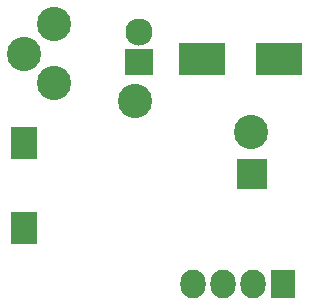
<source format=gbs>
G04 #@! TF.FileFunction,Soldermask,Bot*
%FSLAX46Y46*%
G04 Gerber Fmt 4.6, Leading zero omitted, Abs format (unit mm)*
G04 Created by KiCad (PCBNEW 4.0.0-rc1-stable) date Mon 04 Apr 2016 11:20:45 PM PDT*
%MOMM*%
G01*
G04 APERTURE LIST*
%ADD10C,0.100000*%
%ADD11R,3.900120X2.800300*%
%ADD12R,2.200860X2.800860*%
%ADD13R,2.400000X2.300000*%
%ADD14C,2.300000*%
%ADD15C,2.899360*%
%ADD16R,2.635200X2.635200*%
%ADD17R,2.127200X2.432000*%
%ADD18O,2.127200X2.432000*%
G04 APERTURE END LIST*
D10*
D11*
X181788800Y-118870000D03*
X188291200Y-118870000D03*
D12*
X166768880Y-126040000D03*
X166768880Y-133240000D03*
D13*
X176460000Y-119170000D03*
D14*
X176460000Y-116630000D03*
D15*
X166780000Y-118460000D03*
X169279360Y-115960640D03*
X169279360Y-120959360D03*
X176170000Y-122470000D03*
X185983806Y-125099602D03*
D16*
X186020000Y-128660000D03*
D17*
X188690000Y-137980000D03*
D18*
X186150000Y-137980000D03*
X183610000Y-137980000D03*
X181070000Y-137980000D03*
M02*

</source>
